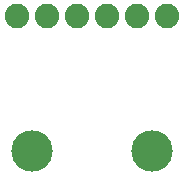
<source format=gbr>
G04 EAGLE Gerber RS-274X export*
G75*
%MOMM*%
%FSLAX34Y34*%
%LPD*%
%INSoldermask Bottom*%
%IPPOS*%
%AMOC8*
5,1,8,0,0,1.08239X$1,22.5*%
G01*
%ADD10C,2.082800*%
%ADD11C,3.505200*%


D10*
X12700Y139700D03*
X38100Y139700D03*
X63500Y139700D03*
X88900Y139700D03*
X114300Y139700D03*
X139700Y139700D03*
D11*
X25400Y25400D03*
X127000Y25400D03*
M02*

</source>
